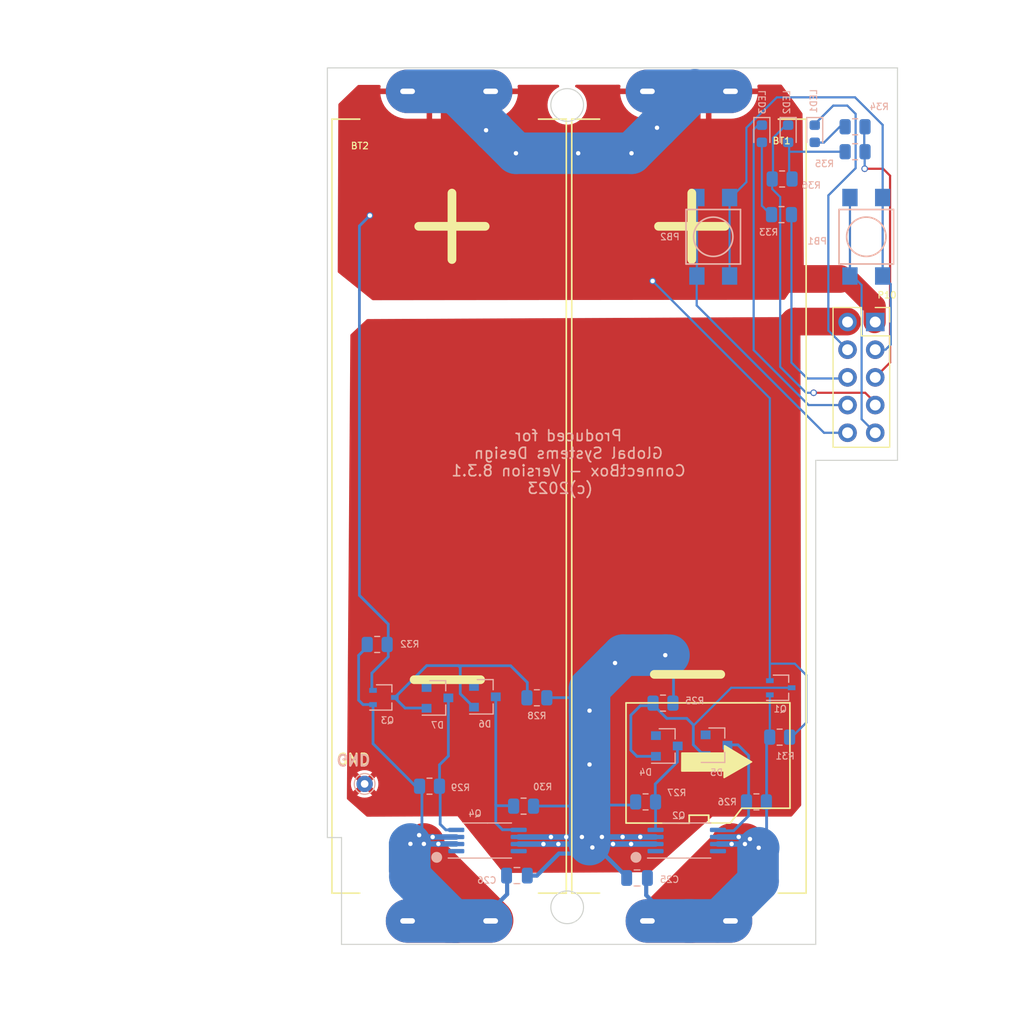
<source format=kicad_pcb>
(kicad_pcb (version 20211014) (generator pcbnew)
  (title_block (title "ConnectBox - Battery Board") (date "2023-06-08") (rev "8.3.1") (company "ConnectBox") (comment 1 "JRA"))
  (layers (0 "F.Cu" signal) (31 "B.Cu" signal) (34 "B.Paste" user) (35 "F.Paste" user) (36 "B.SilkS" user "B.Silkscreen") (37 "F.SilkS" user "F.Silkscreen") (38 "B.Mask" user) (39 "F.Mask" user) (44 "Edge.Cuts" user))
  (net 0 "")
  (net 1 "/BATT+")
  (net 2 "Net-(BT1-Pad2)")
  (net 3 "Net-(BT2-Pad2)")
  (net 4 "/PWR_GND")
  (net 5 "Net-(D4-Pad1)")
  (net 6 "Net-(D4-Pad2)")
  (net 7 "Net-(D5-Pad1)")
  (net 8 "Net-(D6-Pad1)")
  (net 9 "Net-(D6-Pad2)")
  (net 10 "Net-(D7-Pad1)")
  (net 15 "/BBD_GND")
  (net 16 "Net-(LED1-Pad2)")
  (net 17 "/BBD_PA6")
  (net 18 "Net-(LED2-Pad2)")
  (net 19 "/BBD_CHG_LED")
  (net 20 "Net-(LED3-Pad2)")
  (net 21 "/BBD_AGND")
  (net 22 "/BBD_5V")
  (net 23 "/BBD_IPS_OUT")
  (net 24 "/BBD_PB1")
  (net 25 "/BBD_PB2")
  (footprint "Connector_PinSocket_2.54mm:PinSocket_2x05_P2.54mm_Vertical" (layer "F.Cu") (at 217.4 73.11)
    (fp_text reference "P10" (at 1.08 -2.47 unlocked) (layer "F.SilkS") (effects (font (size 0.6 0.6) (thickness 0.1))))
    (fp_text value "Conn_01x10_Female")
    (pad "1" thru_hole rect (at 0 0) (size 1.7 1.7) (drill 1) (layers *.Cu *.Mask) (net 1 "/BATT+"))
    (pad "2" thru_hole oval (at -2.54 0) (size 1.7 1.7) (drill 1) (layers *.Cu *.Mask) (net 4 "/PWR_GND"))
    (pad "3" thru_hole oval (at 0 2.54) (size 1.7 1.7) (drill 1) (layers *.Cu *.Mask) (net 21 "/BBD_AGND"))
    (pad "4" thru_hole oval (at -2.54 2.54) (size 1.7 1.7) (drill 1) (layers *.Cu *.Mask) (net 15 "/BBD_GND"))
    (pad "5" thru_hole oval (at 0 5.08) (size 1.7 1.7) (drill 1) (layers *.Cu *.Mask) (net 22 "/BBD_5V"))
    (pad "6" thru_hole oval (at -2.54 5.08) (size 1.7 1.7) (drill 1) (layers *.Cu *.Mask) (net 23 "/BBD_IPS_OUT"))
    (pad "7" thru_hole oval (at 0 7.62) (size 1.7 1.7) (drill 1) (layers *.Cu *.Mask) (net 17 "/BBD_PA6"))
    (pad "8" thru_hole oval (at -2.54 7.62) (size 1.7 1.7) (drill 1) (layers *.Cu *.Mask) (net 19 "/BBD_CHG_LED"))
    (pad "9" thru_hole oval (at 0 10.16) (size 1.7 1.7) (drill 1) (layers *.Cu *.Mask) (net 24 "/BBD_PB1"))
    (pad "10" thru_hole oval (at -2.54 10.16) (size 1.7 1.7) (drill 1) (layers *.Cu *.Mask) (net 25 "/BBD_PB2"))
  )
  (footprint "CustomComponents:Battery 21700" (layer "F.Cu") (at 200.31 90)
    (fp_text reference "BT1" (at 8.5 -33.51 unlocked) (layer "F.SilkS") (effects (font (size 0.6 0.6) (thickness 0.1))))
    (fp_text value "Battery_multi_cell" hide)
    (fp_text user "-" (at -0.13 14.82 unlocked) (layer "F.SilkS") (effects (font (size 8 8) (thickness 0.8))))
    (fp_text user "+" (at 0.26 -26.28 unlocked) (layer "F.SilkS") (effects (font (size 8 8) (thickness 0.8))))
    (pad "1" thru_hole oval locked (at 3.81 -38.05 180) (size 8 4) (drill oval 1.35 0.5 (offset 2 0)) (layers *.Cu *.Mask) (net 1 "/BATT+"))
    (pad "1" thru_hole oval locked (at -3.81 -38.05 180) (size 8 4) (drill oval 1.35 0.5 (offset -2 0)) (layers *.Cu *.Mask) (net 1 "/BATT+"))
    (pad "2" thru_hole oval locked (at -3.81 38.05 180) (size 8 4) (drill oval 1.35 0.5 (offset -2 0)) (layers *.Cu *.Mask) (net 2 "Net-(BT1-Pad2)"))
    (pad "2" thru_hole oval locked (at 3.81 38.05 180) (size 8 4) (drill oval 1.35 0.5 (offset 2 0)) (layers *.Cu *.Mask) (net 2 "Net-(BT1-Pad2)"))
  )
  (footprint "CustomComponents:Battery 21700" (layer "F.Cu") (at 178.31 90)
    (fp_text reference "BT2" (at -8.19 -33.05 unlocked) (layer "F.SilkS") (effects (font (size 0.6 0.6) (thickness 0.1))))
    (fp_text value "Battery_multi_cell" hide)
    (fp_text user "+" (at 0.26 -26.28 unlocked) (layer "F.SilkS") (effects (font (size 8 8) (thickness 0.8))))
    (fp_text user "-" (at -0.16 15.31 unlocked) (layer "F.SilkS") (effects (font (size 8 8) (thickness 0.8))))
    (pad "1" thru_hole oval locked (at 3.81 -38.05 180) (size 8 4) (drill oval 1.35 0.5 (offset 2 0)) (layers *.Cu *.Mask) (net 1 "/BATT+"))
    (pad "1" thru_hole oval locked (at -3.81 -38.05 180) (size 8 4) (drill oval 1.35 0.5 (offset -2 0)) (layers *.Cu *.Mask) (net 1 "/BATT+"))
    (pad "2" thru_hole oval locked (at 3.81 38.05 180) (size 8 4) (drill oval 1.35 0.5 (offset 2 0)) (layers *.Cu *.Mask) (net 3 "Net-(BT2-Pad2)"))
    (pad "2" thru_hole oval locked (at -3.81 38.05 180) (size 8 4) (drill oval 1.35 0.5 (offset -2 0)) (layers *.Cu *.Mask) (net 3 "Net-(BT2-Pad2)"))
  )
  (footprint "CustomComponents:8305A" (layer "B.Cu") (at 181.830003 120.6744)
    (fp_text reference "Q4" (at -1.150003 -2.4844) (layer "B.SilkS") (effects (font (size 0.6 0.6) (thickness 0.1)) (justify mirror)))
    (fp_text value "8205A")
    (pad "1" smd roundrect (at -2.8625 0.975) (size 1.475 0.4) (layers "B.Cu" "B.Paste" "B.Mask"))
    (pad "2" smd roundrect (at -2.8625 0.325) (size 1.475 0.4) (layers "B.Cu" "B.Paste" "B.Mask") (net 3 "Net-(BT2-Pad2)"))
    (pad "3" smd roundrect (at -2.8625 -0.325) (size 1.475 0.4) (layers "B.Cu" "B.Paste" "B.Mask") (net 3 "Net-(BT2-Pad2)"))
    (pad "4" smd roundrect (at -2.8625 -0.975) (size 1.475 0.4) (layers "B.Cu" "B.Paste" "B.Mask") (net 10 "Net-(D7-Pad1)"))
    (pad "5" smd roundrect (at 2.8625 -0.975) (size 1.475 0.4) (layers "B.Cu" "B.Paste" "B.Mask") (net 8 "Net-(D6-Pad1)"))
    (pad "6" smd roundrect (at 2.8625 -0.325) (size 1.475 0.4) (layers "B.Cu" "B.Paste" "B.Mask") (net 4 "/PWR_GND"))
    (pad "7" smd roundrect (at 2.8625 0.325) (size 1.475 0.4) (layers "B.Cu" "B.Paste" "B.Mask") (net 4 "/PWR_GND"))
    (pad "8" smd roundrect (at 2.8625 0.975) (size 1.475 0.4) (layers "B.Cu" "B.Paste" "B.Mask"))
  )
  (footprint "Resistor_SMD:R_0805_2012Metric" (layer "B.Cu") (at 215.55 55.2 180)
    (fp_text reference "R34" (at -2.22 1.84 unlocked) (layer "B.SilkS") (effects (font (size 0.6 0.6) (thickness 0.1)) (justify mirror)))
    (fp_text value "1K")
    (pad "1" smd roundrect (at -0.9125 0 180) (size 1.025 1.4) (layers "B.Cu" "B.Paste" "B.Mask") (roundrect_rratio 0.243902439) (net 22 "/BBD_5V"))
    (pad "2" smd roundrect (at 0.9125 0 180) (size 1.025 1.4) (layers "B.Cu" "B.Paste" "B.Mask") (roundrect_rratio 0.243902439) (net 16 "Net-(LED1-Pad2)"))
  )
  (footprint "Resistor_SMD:R_0805_2012Metric" (layer "B.Cu") (at 208.63 111.19 180)
    (fp_text reference "R31" (at -0.5 -1.74 unlocked) (layer "B.SilkS") (effects (font (size 0.6 0.6) (thickness 0.1)) (justify mirror)))
    (fp_text value "10K")
    (pad "1" smd roundrect (at -0.9125 0 180) (size 1.025 1.4) (layers "B.Cu" "B.Paste" "B.Mask") (roundrect_rratio 0.243902439) (net 1 "/BATT+"))
    (pad "2" smd roundrect (at 0.9125 0 180) (size 1.025 1.4) (layers "B.Cu" "B.Paste" "B.Mask") (roundrect_rratio 0.243902439) (net 2 "Net-(BT1-Pad2)"))
  )
  (footprint "Resistor_SMD:R_0805_2012Metric" (layer "B.Cu") (at 197.93 108.07)
    (fp_text reference "R25" (at 2.91 -0.22 unlocked) (layer "B.SilkS") (effects (font (size 0.6 0.6) (thickness 0.1)) (justify mirror)))
    (fp_text value "100K")
    (pad "1" smd roundrect (at -0.9125 0) (size 1.025 1.4) (layers "B.Cu" "B.Paste" "B.Mask") (roundrect_rratio 0.243902439) (net 6 "Net-(D4-Pad2)"))
    (pad "2" smd roundrect (at 0.9125 0) (size 1.025 1.4) (layers "B.Cu" "B.Paste" "B.Mask") (roundrect_rratio 0.243902439) (net 4 "/PWR_GND"))
  )
  (footprint "Resistor_SMD:R_0805_2012Metric" (layer "B.Cu") (at 206.5 117.13)
    (fp_text reference "R26" (at -2.68 0 unlocked) (layer "B.SilkS") (effects (font (size 0.6 0.6) (thickness 0.1)) (justify mirror)))
    (fp_text value "100K")
    (pad "1" smd roundrect (at -0.9125 0) (size 1.025 1.4) (layers "B.Cu" "B.Paste" "B.Mask") (roundrect_rratio 0.243902439) (net 7 "Net-(D5-Pad1)"))
    (pad "2" smd roundrect (at 0.9125 0) (size 1.025 1.4) (layers "B.Cu" "B.Paste" "B.Mask") (roundrect_rratio 0.243902439) (net 2 "Net-(BT1-Pad2)"))
  )
  (footprint "Diode_SMD:D_SOT-23_ANK" (layer "B.Cu") (at 181.59 107.49)
    (fp_text reference "D6" (at 0 2.5 unlocked) (layer "B.SilkS") (effects (font (size 0.6 0.6) (thickness 0.1)) (justify mirror)))
    (fp_text value "MMBD914")
    (pad "" smd rect (at -1 -0.95) (size 0.9 0.8) (layers "B.Cu" "B.Paste" "B.Mask"))
    (pad "1" smd rect (at 1 0) (size 0.9 0.8) (layers "B.Cu" "B.Paste" "B.Mask") (net 8 "Net-(D6-Pad1)"))
    (pad "2" smd rect (at -1 0.95) (size 0.9 0.8) (layers "B.Cu" "B.Paste" "B.Mask") (net 9 "Net-(D6-Pad2)"))
  )
  (footprint "CustomComponents:8305A" (layer "B.Cu") (at 200.110002 120.6744)
    (fp_text reference "Q2" (at -0.740002 -2.2944) (layer "B.SilkS") (effects (font (size 0.6 0.6) (thickness 0.1)) (justify mirror)))
    (fp_text value "8205A")
    (pad "1" smd roundrect (at -2.8625 0.975) (size 1.475 0.4) (layers "B.Cu" "B.Paste" "B.Mask"))
    (pad "2" smd roundrect (at -2.8625 0.325) (size 1.475 0.4) (layers "B.Cu" "B.Paste" "B.Mask") (net 4 "/PWR_GND"))
    (pad "3" smd roundrect (at -2.8625 -0.325) (size 1.475 0.4) (layers "B.Cu" "B.Paste" "B.Mask") (net 4 "/PWR_GND"))
    (pad "4" smd roundrect (at -2.8625 -0.975) (size 1.475 0.4) (layers "B.Cu" "B.Paste" "B.Mask") (net 5 "Net-(D4-Pad1)"))
    (pad "5" smd roundrect (at 2.8625 -0.975) (size 1.475 0.4) (layers "B.Cu" "B.Paste" "B.Mask") (net 7 "Net-(D5-Pad1)"))
    (pad "6" smd roundrect (at 2.8625 -0.325) (size 1.475 0.4) (layers "B.Cu" "B.Paste" "B.Mask") (net 2 "Net-(BT1-Pad2)"))
    (pad "7" smd roundrect (at 2.8625 0.325) (size 1.475 0.4) (layers "B.Cu" "B.Paste" "B.Mask") (net 2 "Net-(BT1-Pad2)"))
    (pad "8" smd roundrect (at 2.8625 0.975) (size 1.475 0.4) (layers "B.Cu" "B.Paste" "B.Mask"))
  )
  (footprint "Resistor_SMD:R_0805_2012Metric" (layer "B.Cu") (at 208.8575 59.99 180)
    (fp_text reference "R36" (at -2.6725 -0.58 unlocked) (layer "B.SilkS") (effects (font (size 0.6 0.6) (thickness 0.1)) (justify mirror)))
    (fp_text value "1K")
    (pad "1" smd roundrect (at -0.9125 0 180) (size 1.025 1.4) (layers "B.Cu" "B.Paste" "B.Mask") (roundrect_rratio 0.243902439) (net 18 "Net-(LED2-Pad2)"))
    (pad "2" smd roundrect (at 0.9125 0 180) (size 1.025 1.4) (layers "B.Cu" "B.Paste" "B.Mask") (roundrect_rratio 0.243902439) (net 17 "/BBD_PA6"))
  )
  (footprint "Resistor_SMD:R_0805_2012Metric" (layer "B.Cu") (at 215.55 57.49 180)
    (fp_text reference "R35" (at 2.81 -1.1 unlocked) (layer "B.SilkS") (effects (font (size 0.6 0.6) (thickness 0.1)) (justify mirror)))
    (fp_text value "1K")
    (pad "1" smd roundrect (at -0.9125 0 180) (size 1.025 1.4) (layers "B.Cu" "B.Paste" "B.Mask") (roundrect_rratio 0.243902439) (net 22 "/BBD_5V"))
    (pad "2" smd roundrect (at 0.9125 0 180) (size 1.025 1.4) (layers "B.Cu" "B.Paste" "B.Mask") (roundrect_rratio 0.243902439) (net 18 "Net-(LED2-Pad2)"))
  )
  (footprint "Diode_SMD:D_SOT-23_ANK" (layer "B.Cu") (at 177.24 107.59)
    (fp_text reference "D7" (at 0 2.5 unlocked) (layer "B.SilkS") (effects (font (size 0.6 0.6) (thickness 0.1)) (justify mirror)))
    (fp_text value "MMBD914")
    (pad "" smd rect (at -1 -0.95) (size 0.9 0.8) (layers "B.Cu" "B.Paste" "B.Mask"))
    (pad "1" smd rect (at 1 0) (size 0.9 0.8) (layers "B.Cu" "B.Paste" "B.Mask") (net 10 "Net-(D7-Pad1)"))
    (pad "2" smd rect (at -1 0.95) (size 0.9 0.8) (layers "B.Cu" "B.Paste" "B.Mask") (net 9 "Net-(D6-Pad2)"))
  )
  (footprint "CustomComponents:SW-TL3305" (layer "B.Cu") (at 216.58 65.29 -90)
    (fp_text reference "PB1" (at 0.4 4.51 unlocked) (layer "B.SilkS") (effects (font (size 0.6 0.6) (thickness 0.1)) (justify mirror)))
    (fp_text value "SPST-PUSH")
    (pad "1" smd rect locked (at -3.6 1.5 270) (size 1.6 1.4) (layers "B.Cu" "B.Paste" "B.Mask") (net 24 "/BBD_PB1"))
    (pad "1" smd rect locked (at 3.6 1.5 270) (size 1.6 1.4) (layers "B.Cu" "B.Paste" "B.Mask") (net 24 "/BBD_PB1"))
    (pad "2" smd rect locked (at -3.6 -1.5 270) (size 1.6 1.4) (layers "B.Cu" "B.Paste" "B.Mask") (net 21 "/BBD_AGND"))
    (pad "2" smd rect locked (at 3.6 -1.5 270) (size 1.6 1.4) (layers "B.Cu" "B.Paste" "B.Mask") (net 21 "/BBD_AGND"))
  )
  (footprint "Resistor_SMD:R_0805_2012Metric" (layer "B.Cu") (at 186.36 107.58)
    (fp_text reference "R28" (at 0 1.65 unlocked) (layer "B.SilkS") (effects (font (size 0.6 0.6) (thickness 0.1)) (justify mirror)))
    (fp_text value "100K")
    (pad "1" smd roundrect (at -0.9125 0) (size 1.025 1.4) (layers "B.Cu" "B.Paste" "B.Mask") (roundrect_rratio 0.243902439) (net 9 "Net-(D6-Pad2)"))
    (pad "2" smd roundrect (at 0.9125 0) (size 1.025 1.4) (layers "B.Cu" "B.Paste" "B.Mask") (roundrect_rratio 0.243902439) (net 4 "/PWR_GND"))
  )
  (footprint "Diode_SMD:D_SOT-23_ANK" (layer "B.Cu") (at 202.84 111.93)
    (fp_text reference "D5" (at 0 2.5 unlocked) (layer "B.SilkS") (effects (font (size 0.6 0.6) (thickness 0.1)) (justify mirror)))
    (fp_text value "MMBD914")
    (pad "" smd rect (at -1 -0.95) (size 0.9 0.8) (layers "B.Cu" "B.Paste" "B.Mask"))
    (pad "1" smd rect (at 1 0) (size 0.9 0.8) (layers "B.Cu" "B.Paste" "B.Mask") (net 7 "Net-(D5-Pad1)"))
    (pad "2" smd rect (at -1 0.95) (size 0.9 0.8) (layers "B.Cu" "B.Paste" "B.Mask") (net 6 "Net-(D4-Pad2)"))
  )
  (footprint "Resistor_SMD:R_0805_2012Metric" (layer "B.Cu") (at 185.14 117.52)
    (fp_text reference "R30" (at 1.75 -1.77 unlocked) (layer "B.SilkS") (effects (font (size 0.6 0.6) (thickness 0.1)) (justify mirror)))
    (fp_text value "20K")
    (pad "1" smd roundrect (at -0.9125 0) (size 1.025 1.4) (layers "B.Cu" "B.Paste" "B.Mask") (roundrect_rratio 0.243902439) (net 8 "Net-(D6-Pad1)"))
    (pad "2" smd roundrect (at 0.9125 0) (size 1.025 1.4) (layers "B.Cu" "B.Paste" "B.Mask") (roundrect_rratio 0.243902439) (net 4 "/PWR_GND"))
  )
  (footprint "Resistor_SMD:R_0805_2012Metric" (layer "B.Cu") (at 171.71 102.69 180)
    (fp_text reference "R32" (at -2.99 0.03 unlocked) (layer "B.SilkS") (effects (font (size 0.6 0.6) (thickness 0.1)) (justify mirror)))
    (fp_text value "10K")
    (pad "1" smd roundrect (at -0.9125 0 180) (size 1.025 1.4) (layers "B.Cu" "B.Paste" "B.Mask") (roundrect_rratio 0.243902439) (net 1 "/BATT+"))
    (pad "2" smd roundrect (at 0.9125 0 180) (size 1.025 1.4) (layers "B.Cu" "B.Paste" "B.Mask") (roundrect_rratio 0.243902439) (net 3 "Net-(BT2-Pad2)"))
  )
  (footprint "Resistor_SMD:R_0805_2012Metric" (layer "B.Cu") (at 176.51 115.69 180)
    (fp_text reference "R29" (at -2.84 -0.13 unlocked) (layer "B.SilkS") (effects (font (size 0.6 0.6) (thickness 0.1)) (justify mirror)))
    (fp_text value "100K")
    (pad "1" smd roundrect (at -0.9125 0 180) (size 1.025 1.4) (layers "B.Cu" "B.Paste" "B.Mask") (roundrect_rratio 0.243902439) (net 10 "Net-(D7-Pad1)"))
    (pad "2" smd roundrect (at 0.9125 0 180) (size 1.025 1.4) (layers "B.Cu" "B.Paste" "B.Mask") (roundrect_rratio 0.243902439) (net 3 "Net-(BT2-Pad2)"))
  )
  (footprint "CustomComponents:SW-TL3305" (layer "B.Cu") (at 202.54 65.29 -90)
    (fp_text reference "PB2" (at 0.01 3.98 unlocked) (layer "B.SilkS") (effects (font (size 0.6 0.6) (thickness 0.1)) (justify mirror)))
    (fp_text value "SPST-PUSH")
    (pad "1" smd rect locked (at -3.6 1.5 270) (size 1.6 1.4) (layers "B.Cu" "B.Paste" "B.Mask") (net 25 "/BBD_PB2"))
    (pad "1" smd rect locked (at 3.6 1.5 270) (size 1.6 1.4) (layers "B.Cu" "B.Paste" "B.Mask") (net 25 "/BBD_PB2"))
    (pad "2" smd rect locked (at 3.6 -1.5 270) (size 1.6 1.4) (layers "B.Cu" "B.Paste" "B.Mask") (net 21 "/BBD_AGND"))
    (pad "2" smd rect locked (at -3.6 -1.5 270) (size 1.6 1.4) (layers "B.Cu" "B.Paste" "B.Mask") (net 21 "/BBD_AGND"))
  )
  (footprint "TestPoint:TestPoint_THTPad_D1.5mm_Drill0.7mm" (layer "B.Cu") (at 170.56 115.48)
    (fp_text reference "GND1" hide)
    (fp_text value "TestPoint")
    (pad "1" thru_hole circle (at 0 0) (size 1.5 1.5) (drill 0.7) (layers *.Cu *.Mask) (net 4 "/PWR_GND"))
  )
  (footprint "Resistor_SMD:R_0805_2012Metric" (layer "B.Cu") (at 208.8 63.26 180)
    (fp_text reference "R33" (at 1.18 -1.61 unlocked) (layer "B.SilkS") (effects (font (size 0.6 0.6) (thickness 0.1)) (justify mirror)))
    (fp_text value "1.8K")
    (pad "1" smd roundrect (at -0.9125 0 180) (size 1.025 1.4) (layers "B.Cu" "B.Paste" "B.Mask") (roundrect_rratio 0.243902439) (net 23 "/BBD_IPS_OUT"))
    (pad "2" smd roundrect (at 0.9125 0 180) (size 1.025 1.4) (layers "B.Cu" "B.Paste" "B.Mask") (roundrect_rratio 0.243902439) (net 20 "Net-(LED3-Pad2)"))
  )
  (footprint "Capacitor_SMD:C_0805_2012Metric" (layer "B.Cu") (at 195.55 124.11 180)
    (fp_text reference "C25" (at -2.98 -0.14 unlocked) (layer "B.SilkS") (effects (font (size 0.6 0.6) (thickness 0.1)) (justify mirror)))
    (fp_text value "1uF")
    (pad "1" smd roundrect (at -0.95 0 180) (size 1 1.45) (layers "B.Cu" "B.Paste" "B.Mask") (net 2 "Net-(BT1-Pad2)"))
    (pad "2" smd roundrect (at 0.95 0 180) (size 1 1.45) (layers "B.Cu" "B.Paste" "B.Mask") (net 4 "/PWR_GND"))
  )
  (footprint "Package_TO_SOT_SMD:SOT-323_SC-70" (layer "B.Cu") (at 208.73 106.66)
    (fp_text reference "Q1" (at -0.05 1.95 unlocked) (layer "B.SilkS") (effects (font (size 0.6 0.6) (thickness 0.1)) (justify mirror)))
    (fp_text value "3J15")
    (pad "1" smd rect (at -1 0.65 90) (size 0.45 0.7) (layers "B.Cu" "B.Paste" "B.Mask") (net 2 "Net-(BT1-Pad2)"))
    (pad "2" smd rect (at -1 -0.65 90) (size 0.45 0.7) (layers "B.Cu" "B.Paste" "B.Mask") (net 1 "/BATT+"))
    (pad "3" smd rect (at 1 0 90) (size 0.45 0.7) (layers "B.Cu" "B.Paste" "B.Mask") (net 6 "Net-(D4-Pad2)"))
  )
  (footprint "LED_SMD:LED_0603_1608Metric" (layer "B.Cu") (at 209.41 55.84 -90)
    (fp_text reference "LED2" (at -2.9 0.13 90 unlocked) (layer "B.SilkS") (effects (font (size 0.6 0.6) (thickness 0.1)) (justify mirror)))
    (fp_text value "Amber")
    (pad "1" smd roundrect (at -0.7875 0 270) (size 0.875 0.95) (layers "B.Cu" "B.Paste" "B.Mask") (net 17 "/BBD_PA6"))
    (pad "2" smd roundrect (at 0.7875 0 270) (size 0.875 0.95) (layers "B.Cu" "B.Paste" "B.Mask") (net 18 "Net-(LED2-Pad2)"))
  )
  (footprint "Capacitor_SMD:C_0805_2012Metric" (layer "B.Cu") (at 184.53 123.89)
    (fp_text reference "C26" (at -2.76 0.43 unlocked) (layer "B.SilkS") (effects (font (size 0.6 0.6) (thickness 0.1)) (justify mirror)))
    (fp_text value "1uF")
    (pad "1" smd roundrect (at -0.95 0) (size 1 1.45) (layers "B.Cu" "B.Paste" "B.Mask") (net 3 "Net-(BT2-Pad2)"))
    (pad "2" smd roundrect (at 0.95 0) (size 1 1.45) (layers "B.Cu" "B.Paste" "B.Mask") (net 4 "/PWR_GND"))
  )
  (footprint "Resistor_SMD:R_0805_2012Metric" (layer "B.Cu") (at 196.3325 117.13 180)
    (fp_text reference "R27" (at -2.8575 0.84 unlocked) (layer "B.SilkS") (effects (font (size 0.6 0.6) (thickness 0.1)) (justify mirror)))
    (fp_text value "20K")
    (pad "1" smd roundrect (at -0.9125 0 180) (size 1.025 1.4) (layers "B.Cu" "B.Paste" "B.Mask") (roundrect_rratio 0.243902439) (net 5 "Net-(D4-Pad1)"))
    (pad "2" smd roundrect (at 0.9125 0 180) (size 1.025 1.4) (layers "B.Cu" "B.Paste" "B.Mask") (roundrect_rratio 0.243902439) (net 4 "/PWR_GND"))
  )
  (footprint "LED_SMD:LED_0603_1608Metric" (layer "B.Cu") (at 211.85 55.84 -90)
    (fp_text reference "LED1" (at -2.99 0.1 90 unlocked) (layer "B.SilkS") (effects (font (size 0.6 0.6) (thickness 0.1)) (justify mirror)))
    (fp_text value "Green")
    (pad "1" smd roundrect (at -0.7875 0 270) (size 0.875 0.95) (layers "B.Cu" "B.Paste" "B.Mask") (net 15 "/BBD_GND"))
    (pad "2" smd roundrect (at 0.7875 0 270) (size 0.875 0.95) (layers "B.Cu" "B.Paste" "B.Mask") (net 16 "Net-(LED1-Pad2)"))
  )
  (footprint "Diode_SMD:D_SOT-23_ANK" (layer "B.Cu") (at 198.28 112)
    (fp_text reference "D4" (at -1.95 2.41 unlocked) (layer "B.SilkS") (effects (font (size 0.6 0.6) (thickness 0.1)) (justify mirror)))
    (fp_text value "MMBD914")
    (pad "" smd rect (at -1 -0.95) (size 0.9 0.8) (layers "B.Cu" "B.Paste" "B.Mask"))
    (pad "1" smd rect (at 1 0) (size 0.9 0.8) (layers "B.Cu" "B.Paste" "B.Mask") (net 5 "Net-(D4-Pad1)"))
    (pad "2" smd rect (at -1 0.95) (size 0.9 0.8) (layers "B.Cu" "B.Paste" "B.Mask") (net 6 "Net-(D4-Pad2)"))
  )
  (footprint "LED_SMD:LED_0603_1608Metric" (layer "B.Cu") (at 207 55.84 -90)
    (fp_text reference "LED3" (at -2.9 -0.04 90 unlocked) (layer "B.SilkS") (effects (font (size 0.6 0.6) (thickness 0.1)) (justify mirror)))
    (fp_text value "Red")
    (pad "1" smd roundrect (at -0.7875 0 270) (size 0.875 0.95) (layers "B.Cu" "B.Paste" "B.Mask") (net 19 "/BBD_CHG_LED"))
    (pad "2" smd roundrect (at 0.7875 0 270) (size 0.875 0.95) (layers "B.Cu" "B.Paste" "B.Mask") (net 20 "Net-(LED3-Pad2)"))
  )
  (footprint "Package_TO_SOT_SMD:SOT-323_SC-70" (layer "B.Cu") (at 172.33 107.55)
    (fp_text reference "Q3" (at 0.32 2.1 unlocked) (layer "B.SilkS") (effects (font (size 0.6 0.6) (thickness 0.1)) (justify mirror)))
    (fp_text value "3J15")
    (pad "1" smd rect (at -1 0.65 90) (size 0.45 0.7) (layers "B.Cu" "B.Paste" "B.Mask") (net 3 "Net-(BT2-Pad2)"))
    (pad "2" smd rect (at -1 -0.65 90) (size 0.45 0.7) (layers "B.Cu" "B.Paste" "B.Mask") (net 1 "/BATT+"))
    (pad "3" smd rect (at 1 0 90) (size 0.45 0.7) (layers "B.Cu" "B.Paste" "B.Mask") (net 9 "Net-(D6-Pad2)"))
  )
  (gr_line (start 209.58 117.71) (end 209.57 108.04) (layer "F.SilkS") (width 0.15))
  (gr_line (start 205.16 117.71) (end 209.58 117.71) (layer "F.SilkS") (width 0.15))
  (gr_poly (pts (xy 203.54 114.29) (xy 203.56 114.28) (xy 199.66 114.29) (xy 199.67 112.66) (xy 203.58 112.66) (xy 203.58 111.98) (xy 206.03 113.46) (xy 203.54 114.89)) (layer "F.SilkS") (width 0.15) (fill solid))
  (gr_line (start 200.34 119.08) (end 200.33 118.35) (layer "F.SilkS") (width 0.15))
  (gr_line (start 194.54 108.05) (end 194.54 119.07) (layer "F.SilkS") (width 0.15))
  (gr_line (start 209.57 108.04) (end 194.54 108.05) (layer "F.SilkS") (width 0.15))
  (gr_line (start 202.12 118.35) (end 202.12 119.06) (layer "F.SilkS") (width 0.15))
  (gr_line (start 204.1 119.07) (end 205.16 117.71) (layer "F.SilkS") (width 0.15))
  (gr_line (start 202.12 119.06) (end 204.1 119.07) (layer "F.SilkS") (width 0.15))
  (gr_line (start 202.12 118.35) (end 200.33 118.35) (layer "F.SilkS") (width 0.15))
  (gr_line (start 194.54 119.07) (end 200.34 119.08) (layer "F.SilkS") (width 0.15))
  (gr_line (start 202.12 119.06) (end 202.12 118.35) (layer "F.SilkS") (width 0.15))
  (gr_line locked (start 219.44 49.8) (end 167.14 49.8) (layer "Edge.Cuts") (width 0.1))
  (gr_line (start 168.44 130.2) (end 168.44 120.4) (layer "Edge.Cuts") (width 0.1))
  (gr_line (start 167.14 49.8) (end 167.14 120.4) (layer "Edge.Cuts") (width 0.1))
  (gr_line (start 167.14 120.4) (end 168.44 120.4) (layer "Edge.Cuts") (width 0.1))
  (gr_circle locked (center 189.14 126.8) (end 187.64 126.8) (layer "Edge.Cuts") (width 0.1) (fill none))
  (gr_line (start 219.44 85.8) (end 211.94 85.8) (layer "Edge.Cuts") (width 0.1))
  (gr_line (start 219.44 49.8) (end 219.44 85.8) (layer "Edge.Cuts") (width 0.1))
  (gr_line (start 168.44 130.2) (end 211.94 130.2) (layer "Edge.Cuts") (width 0.1))
  (gr_line (start 211.94 130.2) (end 211.94 85.8) (layer "Edge.Cuts") (width 0.1))
  (gr_circle locked (center 189.14 53.2) (end 187.64 53.2) (layer "Edge.Cuts") (width 0.1) (fill none))
  (gr_text "Produced for\nGlobal Systems Design\nConnectBox - Version 8.3.1\n  (c)2023\n" (at 189.26 85.95) (layer "B.SilkS") (effects (font (size 1 1)) (justify mirror)))
  (gr_text "GND" (at 169.53 113.25 180) (layer "B.SilkS") (effects (font (size 1 1) (thickness 0.2)) (justify mirror)))
  (gr_text "GND" (at 169.53 113.25) (layer "F.SilkS") (effects (font (size 1 1) (thickness 0.2))))
  (segment (start 217.34 71.65) (end 214.850009 69.160009) (width 2.032) (layer "F.Cu") (net 1))
  (segment (start 200.74 51.54) (end 200.74 56.19) (width 1.27) (layer "F.Cu") (net 1))
  (segment (start 207.64 69.16) (end 207.47 69.33) (width 2.54) (layer "F.Cu") (net 1))
  (segment (start 214.850009 69.160009) (end 214.170006 69.160009) (width 2.032) (layer "F.Cu") (net 1))
  (segment (start 200.74 56.19) (end 200.26 56.67) (width 1.27) (layer "F.Cu") (net 1))
  (segment (start 217.340002 73.119996) (end 217.340002 71.649996) (width 2.032) (layer "F.Cu") (net 1))
  (segment (start 178.18 51.65) (end 178.18 55.84) (width 1.27) (layer "F.Cu") (net 1))
  (segment (start 214.17 69.16) (end 207.64 69.16) (width 2.54) (layer "F.Cu") (net 1))
  (via (at 195.04 57.63) (size 0.6) (drill 0.4) (layers "F.Cu" "B.Cu") (net 1))
  (via (at 184.44 57.63) (size 0.6) (drill 0.4) (layers "F.Cu" "B.Cu") (net 1))
  (via (at 190.15 57.63) (size 0.6) (drill 0.4) (layers "F.Cu" "B.Cu") (net 1))
  (via (at 197.38 55.29) (size 0.6) (drill 0.4) (layers "F.Cu" "B.Cu") (net 1))
  (via (at 171.04 63.34) (size 0.6) (drill 0.4) (layers "F.Cu" "B.Cu") (net 1))
  (via (at 196.98 69.35) (size 0.6) (drill 0.4) (layers "F.Cu" "B.Cu") (net 1))
  (via (at 181.7 55.52) (size 0.6) (drill 0.4) (layers "F.Cu" "B.Cu") (net 1))
  (segment (start 170.08 98.18) (end 170.08 64.3) (width 0.254) (layer "B.Cu") (net 1))
  (segment (start 172.725 102.84) (end 172.725 100.825) (width 0.254) (layer "B.Cu") (net 1))
  (segment (start 184.44 57.63) (end 190.15 57.63) (width 3.81) (layer "B.Cu") (net 1))
  (segment (start 207.73 106.01) (end 207.73 104.45) (width 0.2) (layer "B.Cu") (net 1))
  (segment (start 181.67 54.86) (end 184.44 57.63) (width 3.81) (layer "B.Cu") (net 1))
  (segment (start 170.08 64.3) (end 171.04 63.34) (width 0.254) (layer "B.Cu") (net 1))
  (segment (start 211.07 109.86) (end 209.8 111.13) (width 0.2) (layer "B.Cu") (net 1))
  (segment (start 171.22 106.77) (end 171.35 106.9) (width 0.254) (layer "B.Cu") (net 1))
  (segment (start 210.02 104.45) (end 211.07 105.5) (width 0.2) (layer "B.Cu") (net 1))
  (segment (start 195.04 57.63) (end 197.38 55.29) (width 3.81) (layer "B.Cu") (net 1))
  (segment (start 207.73 80.1) (end 196.98 69.35) (width 0.2) (layer "B.Cu") (net 1))
  (segment (start 179.01 52.2) (end 181.63 54.82) (width 3.81) (layer "B.Cu") (net 1))
  (segment (start 207.73 104.45) (end 207.73 80.1) (width 0.2) (layer "B.Cu") (net 1))
  (segment (start 172.725 100.825) (end 170.08 98.18) (width 0.254) (layer "B.Cu") (net 1))
  (segment (start 190.15 57.63) (end 195.04 57.63) (width 3.81) (layer "B.Cu") (net 1))
  (segment (start 172.725 103.815) (end 171.22 105.32) (width 0.254) (layer "B.Cu") (net 1))
  (segment (start 172.725 102.84) (end 172.725 103.815) (width 0.254) (layer "B.Cu") (net 1))
  (segment (start 197.38 55.29) (end 200.86 51.81) (width 3.81) (layer "B.Cu") (net 1))
  (segment (start 207.73 104.45) (end 210.02 104.45) (width 0.2) (layer "B.Cu") (net 1))
  (segment (start 171.22 105.32) (end 171.22 106.77) (width 0.254) (layer "B.Cu") (net 1))
  (segment (start 182.4 55.56) (end 182.4 55.6) (width 3.81) (layer "B.Cu") (net 1))
  (segment (start 211.07 105.5) (end 211.07 109.86) (width 0.2) (layer "B.Cu") (net 1))
  (segment (start 182.4 55.6) (end 182.44 55.6) (width 3.81) (layer "B.Cu") (net 1))
  (segment (start 200.74 128.14) (end 205.445 123.435) (width 3.81) (layer "F.Cu") (net 2))
  (segment (start 205.445 123.435) (end 205.445 120.995) (width 3.81) (layer "F.Cu") (net 2))
  (segment (start 204.225 120.995) (end 204.225 121.145) (width 3.81) (layer "F.Cu") (net 2))
  (segment (start 204.225 121.145) (end 197.42 127.95) (width 3.81) (layer "F.Cu") (net 2))
  (via (at 205.445 120.995) (size 0.6) (drill 0.4) (layers "F.Cu" "B.Cu") (net 2))
  (via (at 204.225 120.995) (size 0.6) (drill 0.4) (layers "F.Cu" "B.Cu") (net 2))
  (via (at 205.905 120.535) (size 0.6) (drill 0.4) (layers "F.Cu" "B.Cu") (net 2))
  (via (at 204.875 120.345) (size 0.6) (drill 0.4) (layers "F.Cu" "B.Cu") (net 2))
  (via (at 206.71 121.34) (size 0.6) (drill 0.4) (layers "F.Cu" "B.Cu") (net 2))
  (segment (start 205.905 120.535) (end 205.715 120.345) (width 0.508) (layer "B.Cu") (net 2))
  (segment (start 206.71 121.34) (end 206.65 121.4) (width 3.81) (layer "B.Cu") (net 2))
  (segment (start 207.435 120.615) (end 207.435 116.49) (width 0.254) (layer "B.Cu") (net 2))
  (segment (start 206.365 120.995) (end 205.445 120.995) (width 0.508) (layer "B.Cu") (net 2))
  (segment (start 207.435 116.49) (end 207.435 111.335) (width 0.254) (layer "B.Cu") (net 2))
  (segment (start 205.445 120.995) (end 204.225 120.995) (width 0.508) (layer "B.Cu") (net 2))
  (segment (start 207.73 111.1) (end 207.65 111.18) (width 0.2) (layer "B.Cu") (net 2))
  (segment (start 206.65 121.4) (end 206.65 124.42) (width 3.81) (layer "B.Cu") (net 2))
  (segment (start 206.71 121.34) (end 207.435 120.615) (width 0.254) (layer "B.Cu") (net 2))
  (segment (start 206.65 124.42) (end 202.93 128.14) (width 3.81) (layer "B.Cu") (net 2))
  (segment (start 196.39 123.9) (end 196.39 125.69) (width 0.381) (layer "B.Cu") (net 2))
  (segment (start 205.715 120.345) (end 204.875 120.345) (width 0.508) (layer "B.Cu") (net 2))
  (segment (start 207.73 107.31) (end 207.73 111.1) (width 0.2) (layer "B.Cu") (net 2))
  (segment (start 206.71 121.34) (end 205.905 120.535) (width 0.508) (layer "B.Cu") (net 2))
  (segment (start 204.225 120.995) (end 202.9725 120.995) (width 0.508) (layer "B.Cu") (net 2))
  (segment (start 204.875 120.345) (end 202.9725 120.345) (width 0.508) (layer "B.Cu") (net 2))
  (segment (start 196.39 125.69) (end 197.39 126.69) (width 0.381) (layer "B.Cu") (net 2))
  (segment (start 206.71 121.34) (end 206.365 120.995) (width 0.508) (layer "B.Cu") (net 2))
  (segment (start 178.9 128.16) (end 175.995 125.255) (width 3.81) (layer "F.Cu") (net 3))
  (segment (start 175.995 125.255) (end 175.995 120.985) (width 3.81) (layer "F.Cu") (net 3))
  (segment (start 175.995 121.695) (end 182.3 128) (width 3.81) (layer "F.Cu") (net 3))
  (segment (start 179.01 128.16) (end 178.9 128.16) (width 3.81) (layer "F.Cu") (net 3))
  (via (at 177.325 120.985) (size 0.6) (drill 0.4) (layers "F.Cu" "B.Cu") (net 3))
  (via (at 174.76 120.98) (size 0.6) (drill 0.4) (layers "F.Cu" "B.Cu") (net 3))
  (via (at 175.56 120.18) (size 0.6) (drill 0.4) (layers "F.Cu" "B.Cu") (net 3))
  (via (at 175.995 120.985) (size 0.6) (drill 0.4) (layers "F.Cu" "B.Cu") (net 3))
  (via (at 176.8006 120.3494) (size 0.6) (drill 0.4) (layers "F.Cu" "B.Cu") (net 3))
  (segment (start 170.41 108.2) (end 170.01 107.8) (width 0.254) (layer "B.Cu") (net 3))
  (segment (start 171.33 111.79) (end 175.29 115.75) (width 0.254) (layer "B.Cu") (net 3))
  (segment (start 176.8006 120.3494) (end 178.967503 120.3494) (width 0.508) (layer "B.Cu") (net 3))
  (segment (start 174.75 120.99) (end 174.755 120.985) (width 0.508) (layer "B.Cu") (net 3))
  (segment (start 174.75 120.99) (end 174.76 120.98) (width 0.254) (layer "B.Cu") (net 3))
  (segment (start 183.63 123.89) (end 183.63 125.6) (width 0.381) (layer "B.Cu") (net 3))
  (segment (start 175.3906 120.3494) (end 176.8006 120.3494) (width 0.508) (layer "B.Cu") (net 3))
  (segment (start 174.76 120.98) (end 175.56 120.18) (width 0.254) (layer "B.Cu") (net 3))
  (segment (start 174.69 123.26) (end 174.69 121.05) (width 3.81) (layer "B.Cu") (net 3))
  (segment (start 183.63 125.6) (end 182.31 126.92) (width 0.381) (layer "B.Cu") (net 3))
  (segment (start 174.75 120.99) (end 175.3906 120.3494) (width 0.508) (layer "B.Cu") (net 3))
  (segment (start 171.33 108.2) (end 171.33 111.79) (width 0.254) (layer "B.Cu") (net 3))
  (segment (start 171.33 108.2) (end 170.41 108.2) (width 0.254) (layer "B.Cu") (net 3))
  (segment (start 175.815 119.925) (end 175.815 115.7) (width 0.254) (layer "B.Cu") (net 3))
  (segment (start 175.56 120.18) (end 175.815 119.925) (width 0.254) (layer "B.Cu") (net 3))
  (segment (start 174.71 123.21) (end 174.71 123.99) (width 3.81) (layer "B.Cu") (net 3))
  (segment (start 174.71 123.99) (end 178.88 128.16) (width 3.81) (layer "B.Cu") (net 3))
  (segment (start 174.69 121.05) (end 174.75 120.99) (width 3.81) (layer "B.Cu") (net 3))
  (segment (start 177.325 120.985) (end 178.9675 120.985) (width 0.508) (layer "B.Cu") (net 3))
  (segment (start 174.69 123.26) (end 174.71 123.24) (width 3.81) (layer "B.Cu") (net 3))
  (segment (start 170.01 107.8) (end 170.01 103.69) (width 0.254) (layer "B.Cu") (net 3))
  (segment (start 170.01 103.69) (end 170.94 102.76) (width 0.254) (layer "B.Cu") (net 3))
  (segment (start 175.995 120.985) (end 177.325 120.985) (width 0.508) (layer "B.Cu") (net 3))
  (segment (start 174.755 120.985) (end 175.995 120.985) (width 0.508) (layer "B.Cu") (net 3))
  (segment (start 209.990004 73.070009) (end 207.769993 75.289994) (width 2.54) (layer "F.Cu") (net 4))
  (segment (start 214.859997 73.109988) (end 214.820009 73.07) (width 2.032) (layer "F.Cu") (net 4))
  (segment (start 214.820017 73.070009) (end 209.990004 73.070009) (width 2.54) (layer "F.Cu") (net 4))
  (via (at 192.325 120.345) (size 0.6) (drill 0.4) (layers "F.Cu" "B.Cu") (net 4))
  (via (at 195.845 120.345) (size 0.6) (drill 0.4) (layers "F.Cu" "B.Cu") (net 4))
  (via (at 198.14 103.67) (size 0.6) (drill 0.4) (layers "F.Cu" "B.Cu") (net 4))
  (via (at 194.225 120.345) (size 0.6) (drill 0.4) (layers "F.Cu" "B.Cu") (net 4))
  (via (at 188.3306 120.9994) (size 0.6) (drill 0.4) (layers "F.Cu" "B.Cu") (net 4))
  (via (at 190.4894 120.3494) (size 0.6) (drill 0.4) (layers "F.Cu" "B.Cu") (net 4))
  (via (at 187.6506 120.3494) (size 0.6) (drill 0.4) (layers "F.Cu" "B.Cu") (net 4))
  (via (at 193.53 104.39) (size 0.6) (drill 0.4) (layers "F.Cu" "B.Cu") (net 4))
  (via (at 191.190005 113.699995) (size 0.6) (drill 0.4) (layers "F.Cu" "B.Cu") (net 4))
  (via (at 191.45 121.31) (size 0.6) (drill 0.4) (layers "F.Cu" "B.Cu") (net 4))
  (via (at 186.9606 120.9994) (size 0.6) (drill 0.4) (layers "F.Cu" "B.Cu") (net 4))
  (via (at 191.190005 108.759997) (size 0.6) (drill 0.4) (layers "F.Cu" "B.Cu") (net 4))
  (via (at 189.0506 120.3494) (size 0.6) (drill 0.4) (layers "F.Cu" "B.Cu") (net 4))
  (via (at 193.345 120.995) (size 0.6) (drill 0.4) (layers "F.Cu" "B.Cu") (net 4))
  (via (at 195.005 120.995) (size 0.6) (drill 0.4) (layers "F.Cu" "B.Cu") (net 4))
  (segment (start 195.845 120.345) (end 194.225 120.345) (width 0.508) (layer "B.Cu") (net 4))
  (segment (start 191.190005 113.699995) (end 191.190005 116.769988) (width 3.81) (layer "B.Cu") (net 4))
  (segment (start 194.225 120.345) (end 192.325 120.345) (width 0.508) (layer "B.Cu") (net 4))
  (segment (start 193.345 120.995) (end 191.245 120.995) (width 0.508) (layer "B.Cu") (net 4))
  (segment (start 198.48 103.67) (end 198.14 103.67) (width 3.81) (layer "B.Cu") (net 4))
  (segment (start 197.2475 120.995) (end 195.005 120.995) (width 0.508) (layer "B.Cu") (net 4))
  (segment (start 185.53 123.89) (end 186.36 123.89) (width 0.381) (layer "B.Cu") (net 4))
  (segment (start 190.369995 121.87) (end 191.190005 121.04999) (width 0.381) (layer "B.Cu") (net 4))
  (segment (start 191.84 117.42) (end 191.19 116.77) (width 0.254) (layer "B.Cu") (net 4))
  (segment (start 198.895 104.085) (end 198.48 103.67) (width 0.254) (layer "B.Cu") (net 4))
  (segment (start 189.0506 120.3494) (end 190.4894 120.3494) (width 0.508) (layer "B.Cu") (net 4))
  (segment (start 188.3306 120.9994) (end 191.1394 120.9994) (width 0.508) (layer "B.Cu") (net 4))
  (segment (start 192.325 120.345) (end 191.895 120.345) (width 0.508) (layer "B.Cu") (net 4))
  (segment (start 197.2475 120.345) (end 195.845 120.345) (width 0.508) (layer "B.Cu") (net 4))
  (segment (start 188.38 121.87) (end 190.369995 121.87) (width 0.381) (layer "B.Cu") (net 4))
  (segment (start 191.190005 108.759997) (end 191.190005 113.699995) (width 3.81) (layer "B.Cu") (net 4))
  (segment (start 187.145 107.57) (end 190 107.57) (width 0.254) (layer "B.Cu") (net 4))
  (segment (start 194.25 103.67) (end 193.53 104.39) (width 3.81) (layer "B.Cu") (net 4))
  (segment (start 185.935 117.51) (end 190.45 117.51) (width 0.254) (layer "B.Cu") (net 4))
  (segment (start 191.245 120.995) (end 191.19 121.05) (width 0.508) (layer "B.Cu") (net 4))
  (segment (start 191.45 121.31) (end 191.19 121.05) (width 0.254) (layer "B.Cu") (net 4))
  (segment (start 184.692503 120.3494) (end 187.6506 120.3494) (width 0.508) (layer "B.Cu") (net 4))
  (segment (start 198.895 108.25) (end 198.895 104.085) (width 0.254) (layer "B.Cu") (net 4))
  (segment (start 195.535 117.42) (end 191.84 117.42) (width 0.254) (layer "B.Cu") (net 4))
  (segment (start 193.53 104.39) (end 191.19 106.73) (width 3.81) (layer "B.Cu") (net 4))
  (segment (start 191.34 108.61) (end 191.19 108.76) (width 0.254) (layer "B.Cu") (net 4))
  (segment (start 184.692503 120.9994) (end 186.9606 120.9994) (width 0.508) (layer "B.Cu") (net 4))
  (segment (start 187.6506 120.3494) (end 189.0506 120.3494) (width 0.508) (layer "B.Cu") (net 4))
  (segment (start 191.19 106.73) (end 191.19 108.76) (width 3.81) (layer "B.Cu") (net 4))
  (segment (start 186.9606 120.9994) (end 188.3306 120.9994) (width 0.508) (layer "B.Cu") (net 4))
  (segment (start 190.4894 120.3494) (end 191.19 121.05) (width 0.508) (layer "B.Cu") (net 4))
  (segment (start 195.005 120.995) (end 193.345 120.995) (width 0.508) (layer "B.Cu") (net 4))
  (segment (start 198.14 103.67) (end 194.25 103.67) (width 3.81) (layer "B.Cu") (net 4))
  (segment (start 190 107.57) (end 191.19 108.76) (width 0.254) (layer "B.Cu") (net 4))
  (segment (start 191.1394 120.9994) (end 191.19 121.05) (width 0.508) (layer "B.Cu") (net 4))
  (segment (start 191.895 120.345) (end 191.19 121.05) (width 0.508) (layer "B.Cu") (net 4))
  (segment (start 191.190005 116.769988) (end 191.190005 121.04999) (width 3.81) (layer "B.Cu") (net 4))
  (segment (start 194.49 123.9) (end 191.63999 121.04999) (width 0.381) (layer "B.Cu") (net 4))
  (segment (start 190.45 117.51) (end 191.19 116.77) (width 0.254) (layer "B.Cu") (net 4))
  (segment (start 191.63999 121.04999) (end 191.190005 121.04999) (width 0.381) (layer "B.Cu") (net 4))
  (segment (start 186.36 123.89) (end 188.38 121.87) (width 0.381) (layer "B.Cu") (net 4))
  (segment (start 197.22 117.42) (end 197.22 115.49) (width 0.254) (layer "B.Cu") (net 5))
  (segment (start 197.247502 119.6994) (end 197.247502 117.447502) (width 0.254) (layer "B.Cu") (net 5))
  (segment (start 197.22 115.49) (end 199.25 113.46) (width 0.254) (layer "B.Cu") (net 5))
  (segment (start 199.25 113.46) (end 199.25 112) (width 0.254) (layer "B.Cu") (net 5))
  (segment (start 200.78 110.07) (end 200.71 110.07) (width 0.2) (layer "B.Cu") (net 6))
  (segment (start 198.28 109.47) (end 200.11 109.47) (width 0.254) (layer "B.Cu") (net 6))
  (segment (start 197.245 108.435) (end 198.28 109.47) (width 0.254) (layer "B.Cu") (net 6))
  (segment (start 195.54 112.95) (end 194.98 112.39) (width 0.254) (layer "B.Cu") (net 6))
  (segment (start 200.11 109.47) (end 200.71 110.07) (width 0.254) (layer "B.Cu") (net 6))
  (segment (start 194.98 112.39) (end 194.98 109.18) (width 0.254) (layer "B.Cu") (net 6))
  (segment (start 195.86 108.3) (end 197.32 108.3) (width 0.254) (layer "B.Cu") (net 6))
  (segment (start 204.19 106.66) (end 200.78 110.07) (width 0.2) (layer "B.Cu") (net 6))
  (segment (start 209.73 106.66) (end 204.19 106.66) (width 0.2) (layer "B.Cu") (net 6))
  (segment (start 197.28 112.95) (end 195.54 112.95) (width 0.254) (layer "B.Cu") (net 6))
  (segment (start 200.71 110.07) (end 200.71 111.89) (width 0.254) (layer "B.Cu") (net 6))
  (segment (start 200.71 111.89) (end 201.59 112.77) (width 0.254) (layer "B.Cu") (net 6))
  (segment (start 194.98 109.18) (end 195.86 108.3) (width 0.254) (layer "B.Cu") (net 6))
  (segment (start 205.785 116.49) (end 205.785 112.875) (width 0.254) (layer "B.Cu") (net 7))
  (segment (start 204.81 111.9) (end 203.89 111.9) (width 0.254) (layer "B.Cu") (net 7))
  (segment (start 205.78 118.41) (end 205.78 116.59) (width 0.254) (layer "B.Cu") (net 7))
  (segment (start 204.41 119.78) (end 205.78 118.41) (width 0.254) (layer "B.Cu") (net 7))
  (segment (start 205.785 112.875) (end 204.81 111.9) (width 0.254) (layer "B.Cu") (net 7))
  (segment (start 203.053102 119.78) (end 204.41 119.78) (width 0.254) (layer "B.Cu") (net 7))
  (segment (start 202.972502 119.6994) (end 203.053102 119.78) (width 0.254) (layer "B.Cu") (net 7))
  (segment (start 182.59 119.07) (end 183.2 119.68) (width 0.254) (layer "B.Cu") (net 8))
  (segment (start 184.42 119.68) (end 183.2 119.68) (width 0.254) (layer "B.Cu") (net 8))
  (segment (start 182.68 117.48) (end 182.59 117.39) (width 0.254) (layer "B.Cu") (net 8))
  (segment (start 182.59 107.49) (end 182.59 117.39) (width 0.254) (layer "B.Cu") (net 8))
  (segment (start 182.59 117.39) (end 182.59 119.07) (width 0.254) (layer "B.Cu") (net 8))
  (segment (start 184.255 117.48) (end 182.68 117.48) (width 0.254) (layer "B.Cu") (net 8))
  (segment (start 176.25 104.63) (end 179.16 104.63) (width 0.254) (layer "B.Cu") (net 9))
  (segment (start 179.33 104.8) (end 179.16 104.63) (width 0.254) (layer "B.Cu") (net 9))
  (segment (start 183.95 104.64) (end 185.48 106.17) (width 0.254) (layer "B.Cu") (net 9))
  (segment (start 174.27 108.52) (end 176.18 108.52) (width 0.254) (layer "B.Cu") (net 9))
  (segment (start 179.33 104.8) (end 179.33 107.21) (width 0.254) (layer "B.Cu") (net 9))
  (segment (start 179.33 107.21) (end 180.6 108.48) (width 0.254) (layer "B.Cu") (net 9))
  (segment (start 179.17 104.64) (end 183.95 104.64) (width 0.254) (layer "B.Cu") (net 9))
  (segment (start 185.48 106.17) (end 185.48 107.69) (width 0.254) (layer "B.Cu") (net 9))
  (segment (start 173.33 107.55) (end 176.25 104.63) (width 0.254) (layer "B.Cu") (net 9))
  (segment (start 173.33 107.58) (end 174.27 108.52) (width 0.254) (layer "B.Cu") (net 9))
  (segment (start 177.43 113.73) (end 177.43 115.67) (width 0.254) (layer "B.Cu") (net 10))
  (segment (start 178.24 112.92) (end 177.43 113.73) (width 0.254) (layer "B.Cu") (net 10))
  (segment (start 178.0094 119.6994) (end 177.49 119.18) (width 0.254) (layer "B.Cu") (net 10))
  (segment (start 177.49 119.18) (end 177.49 115.67) (width 0.254) (layer "B.Cu") (net 10))
  (segment (start 178.967503 119.6994) (end 178.0094 119.6994) (width 0.254) (layer "B.Cu") (net 10))
  (segment (start 178.24 107.59) (end 178.24 112.92) (width 0.254) (layer "B.Cu") (net 10))
  (segment (start 214.84 53.26) (end 213.55 53.26) (width 0.2) (layer "B.Cu") (net 15))
  (segment (start 215.6 54.02) (end 214.84 53.26) (width 0.2) (layer "B.Cu") (net 15))
  (segment (start 215.6 59) (end 215.6 54.02) (width 0.2) (layer "B.Cu") (net 15))
  (segment (start 213.1 73.89) (end 213.1 61.5) (width 0.2) (layer "B.Cu") (net 15))
  (segment (start 213.1 61.5) (end 215.6 59) (width 0.2) (layer "B.Cu") (net 15))
  (segment (start 213.55 53.26) (end 211.87 54.94) (width 0.2) (layer "B.Cu") (net 15))
  (segment (start 214.86 75.65) (end 213.1 73.89) (width 0.2) (layer "B.Cu") (net 15))
  (segment (start 214.14 55.21) (end 212.7 56.65) (width 0.2) (layer "B.Cu") (net 16))
  (segment (start 214.5675 55.21) (end 214.14 55.21) (width 0.2) (layer "B.Cu") (net 16))
  (segment (start 212.7 56.65) (end 211.9 56.65) (width 0.2) (layer "B.Cu") (net 16))
  (segment (start 216.480489 79.600489) (end 217.5 80.62) (width 0.2) (layer "F.Cu") (net 17))
  (segment (start 211.749511 79.600489) (end 216.480489 79.600489) (width 0.2) (layer "F.Cu") (net 17))
  (via (at 211.749511 79.600489) (size 0.6) (drill 0.4) (layers "F.Cu" "B.Cu") (net 17))
  (segment (start 208.67952 61.63952) (end 208.67952 77.21952) (width 0.2) (layer "B.Cu") (net 17))
  (segment (start 209.1975 55.0525) (end 208.02 56.23) (width 0.2) (layer "B.Cu") (net 17))
  (segment (start 208.02 56.23) (end 208.02 60.04) (width 0.2) (layer "B.Cu") (net 17))
  (segment (start 207.945 60.905) (end 208.67952 61.63952) (width 0.2) (layer "B.Cu") (net 17))
  (segment (start 211.060489 79.600489) (end 211.749511 79.600489) (width 0.2) (layer "B.Cu") (net 17))
  (segment (start 207.945 59.99) (end 207.945 60.905) (width 0.2) (layer "B.Cu") (net 17))
  (segment (start 208.67952 77.21952) (end 211.060489 79.600489) (width 0.2) (layer "B.Cu") (net 17))
  (segment (start 209.41 55.0525) (end 209.1975 55.0525) (width 0.2) (layer "B.Cu") (net 17))
  (segment (start 209.5 57.46) (end 209.5 59.58) (width 0.2) (layer "B.Cu") (net 18))
  (segment (start 214.6375 57.49) (end 209.53 57.49) (width 0.2) (layer "B.Cu") (net 18))
  (segment (start 209.5 57.46) (end 209.5 56.79) (width 0.2) (layer "B.Cu") (net 18))
  (segment (start 209.5 59.58) (end 209.78 59.86) (width 0.2) (layer "B.Cu") (net 18))
  (segment (start 209.53 57.49) (end 209.5 57.46) (width 0.2) (layer "B.Cu") (net 18))
  (segment (start 206.6475 55.0525) (end 206.24548 55.45452) (width 0.2) (layer "B.Cu") (net 19))
  (segment (start 211.29 80.73) (end 214.98 80.73) (width 0.2) (layer "B.Cu") (net 19))
  (segment (start 207 55.0525) (end 206.6475 55.0525) (width 0.2) (layer "B.Cu") (net 19))
  (segment (start 206.24548 75.68548) (end 211.29 80.73) (width 0.2) (layer "B.Cu") (net 19))
  (segment (start 206.24548 55.45452) (end 206.24548 75.68548) (width 0.2) (layer "B.Cu") (net 19))
  (segment (start 207 62.44) (end 207.81 63.25) (width 0.2) (layer "B.Cu") (net 20))
  (segment (start 207 56.6275) (end 207 62.44) (width 0.2) (layer "B.Cu") (net 20))
  (segment (start 218.82 75.17) (end 218.82 69.63) (width 0.2) (layer "B.Cu") (net 21))
  (segment (start 217.4 75.65) (end 218.34 75.65) (width 0.2) (layer "B.Cu") (net 21))
  (segment (start 218.08 61.69) (end 218.08 68.86) (width 0.2) (layer "B.Cu") (net 21))
  (segment (start 204.04 61.69) (end 204.04 68.81) (width 0.2) (layer "B.Cu") (net 21))
  (segment (start 218.34 75.65) (end 218.82 75.17) (width 0.2) (layer "B.Cu") (net 21))
  (segment (start 215.55 52.5) (end 208.37284 52.5) (width 0.2) (layer "B.Cu") (net 21))
  (segment (start 218.08 61.69) (end 218.08 55.03) (width 0.2) (layer "B.Cu") (net 21))
  (segment (start 218.82 69.63) (end 218.09 68.9) (width 0.2) (layer "B.Cu") (net 21))
  (segment (start 204.04 68.81) (end 203.98 68.87) (width 0.2) (layer "B.Cu") (net 21))
  (segment (start 218.08 55.03) (end 215.55 52.5) (width 0.2) (layer "B.Cu") (net 21))
  (segment (start 205.58 55.29284) (end 205.58 60.27) (width 0.2) (layer "B.Cu") (net 21))
  (segment (start 205.58 60.27) (end 204.16 61.69) (width 0.2) (layer "B.Cu") (net 21))
  (segment (start 218.08 68.86) (end 218.09 68.87) (width 0.2) (layer "B.Cu") (net 21))
  (segment (start 208.37284 52.5) (end 205.58 55.29284) (width 0.2) (layer "B.Cu") (net 21))
  (segment (start 218.76 76.83) (end 217.4 78.19) (width 0.2) (layer "F.Cu") (net 22))
  (segment (start 216.43 59.05) (end 218.12 59.05) (width 0.2) (layer "F.Cu") (net 22))
  (segment (start 218.12 59.05) (end 218.76 59.69) (width 0.2) (layer "F.Cu") (net 22))
  (segment (start 218.76 59.69) (end 218.76 76.83) (width 0.2) (layer "F.Cu") (net 22))
  (via (at 216.43 59.05) (size 0.6) (drill 0.4) (layers "F.Cu" "B.Cu") (net 22))
  (segment (start 216.43 59.05) (end 216.43 57.53) (width 0.2) (layer "B.Cu") (net 22))
  (segment (start 216.3925 55.21) (end 216.3925 57.2825) (width 0.2) (layer "B.Cu") (net 22))
  (segment (start 216.43 57.53) (end 216.39 57.49) (width 0.2) (layer "B.Cu") (net 22))
  (segment (start 216.3925 57.2825) (end 216.46 57.35) (width 0.2) (layer "B.Cu") (net 22))
  (segment (start 209.7125 76.8325) (end 211.17 78.29) (width 0.2) (layer "B.Cu") (net 23))
  (segment (start 211.17 78.29) (end 215 78.29) (width 0.2) (layer "B.Cu") (net 23))
  (segment (start 209.7125 63.26) (end 209.7125 76.8325) (width 0.2) (layer "B.Cu") (net 23))
  (segment (start 216.15 82.02) (end 216.15 69.72) (width 0.2) (layer "B.Cu") (net 24))
  (segment (start 217.4 83.27) (end 216.15 82.02) (width 0.2) (layer "B.Cu") (net 24))
  (segment (start 216.15 69.72) (end 215.19 68.76) (width 0.2) (layer "B.Cu") (net 24))
  (segment (start 215.08 61.69) (end 215.08 68.87) (width 0.2) (layer "B.Cu") (net 24))
  (segment (start 214.86 83.27) (end 212.7 83.27) (width 0.2) (layer "B.Cu") (net 25))
  (segment (start 201.02 71.59) (end 201.02 69.02) (width 0.2) (layer "B.Cu") (net 25))
  (segment (start 201.04 61.69) (end 201.04 68.8) (width 0.2) (layer "B.Cu") (net 25))
  (segment (start 212.7 83.27) (end 201.02 71.59) (width 0.2) (layer "B.Cu") (net 25))
  (segment (start 201.04 68.8) (end 201.03 68.81) (width 0.2) (layer "B.Cu") (net 25))
  (zone (net 1) (net_name "/BATT+") (layer "F.Cu") (connect_pads (clearance 0.3)) (min_thickness 0.254) (fill yes (thermal_gap 0.508) (thermal_bridge_width 0.508))
    (polygon (pts (xy 209.09 71.07) (xy 171.28 71.11) (xy 168.09 68.55) (xy 168.15 53.11) (xy 169.96 51.36) (xy 208.8 51.33) (xy 210.73 53.98) (xy 210.85 68.43)))
  )
  (zone (net 4) (net_name "/PWR_GND") (layer "F.Cu") (connect_pads (clearance 0.3)) (min_thickness 0.254) (fill yes (thermal_gap 0.508) (thermal_bridge_width 0.508))
    (polygon (pts (xy 183.3 123.65) (xy 179.09 118.45) (xy 170.76 118.49) (xy 168.93 116.87) (xy 169.25 74.27) (xy 170.78 72.84) (xy 209.02 72.66) (xy 210.54 74.18) (xy 210.61 117.46) (xy 209.73 118.48) (xy 202.46 118.48) (xy 196.78 123.58)))
  )
)
</source>
